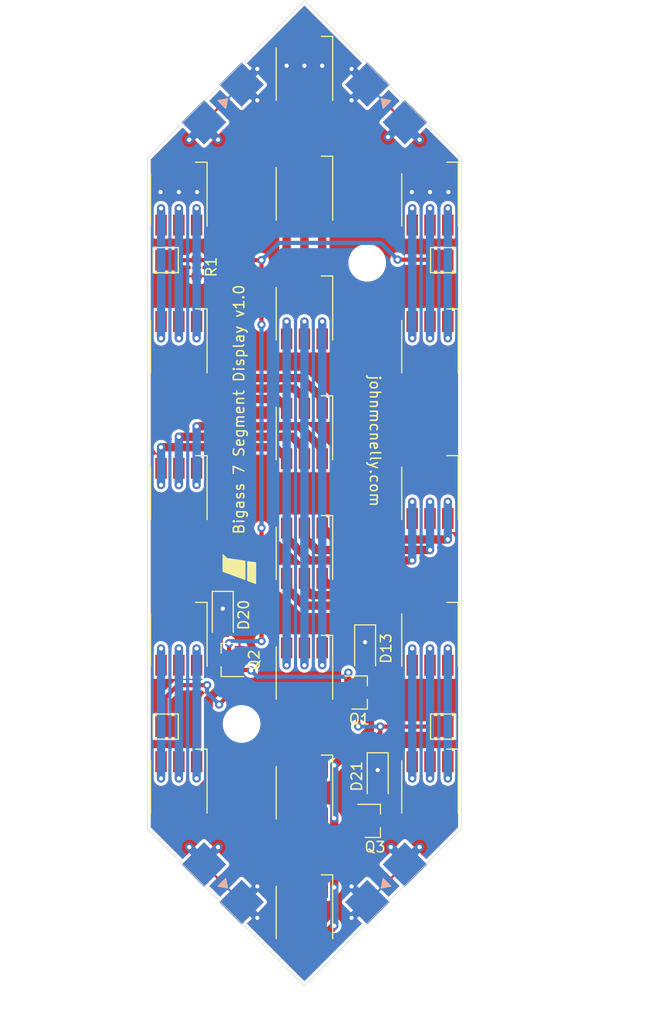
<source format=kicad_pcb>
(kicad_pcb (version 20221018) (generator pcbnew)
  (layers (0 "F.Cu" signal) (31 "B.Cu" signal) (34 "B.Paste" user) (35 "F.Paste" user) (36 "B.SilkS" user "B.Silkscreen") (37 "F.SilkS" user "F.Silkscreen") (38 "B.Mask" user) (39 "F.Mask" user) (44 "Edge.Cuts" user))
  (net 0 "")
  (net 1 "+12V")
  (net 2 "Net-(D10-Pad2)")
  (net 3 "Net-(D10-Pad1)")
  (net 4 "GND")
  (net 5 "/LED_ON")
  (net 6 "Net-(D10-Pad6)")
  (net 7 "Net-(D10-Pad5)")
  (net 8 "Net-(D10-Pad4)")
  (net 9 "Net-(D11-Pad4)")
  (net 10 "Net-(D11-Pad5)")
  (net 11 "Net-(D11-Pad6)")
  (net 12 "Net-(D12-Pad4)")
  (net 13 "Net-(D10-Pad3)")
  (net 14 "Net-(D20-Pad2)")
  (net 15 "Net-(D1-Pad6)")
  (net 16 "Net-(D1-Pad5)")
  (net 17 "Net-(D1-Pad4)")
  (net 18 "Net-(D2-Pad6)")
  (net 19 "Net-(D2-Pad5)")
  (net 20 "Net-(D2-Pad4)")
  (net 21 "Net-(D3-Pad6)")
  (net 22 "Net-(D3-Pad5)")
  (net 23 "Net-(D3-Pad4)")
  (net 24 "Net-(D4-Pad6)")
  (net 25 "Net-(D4-Pad5)")
  (net 26 "Net-(D4-Pad4)")
  (net 27 "Net-(D5-Pad6)")
  (net 28 "Net-(D5-Pad5)")
  (net 29 "Net-(D5-Pad4)")
  (net 30 "Net-(D7-Pad6)")
  (net 31 "Net-(D7-Pad5)")
  (net 32 "Net-(D7-Pad4)")
  (net 33 "Net-(D8-Pad6)")
  (net 34 "Net-(D8-Pad5)")
  (net 35 "Net-(D8-Pad4)")
  (net 36 "Net-(D14-Pad6)")
  (net 37 "Net-(D14-Pad5)")
  (net 38 "Net-(D14-Pad4)")
  (net 39 "Net-(D15-Pad6)")
  (net 40 "Net-(D15-Pad5)")
  (net 41 "Net-(D15-Pad4)")
  (net 42 "Net-(D16-Pad6)")
  (net 43 "Net-(D16-Pad5)")
  (net 44 "Net-(D16-Pad4)")
  (net 45 "Net-(D17-Pad6)")
  (net 46 "Net-(D17-Pad5)")
  (net 47 "Net-(D17-Pad4)")
  (net 48 "Net-(D18-Pad6)")
  (net 49 "Net-(D18-Pad5)")
  (net 50 "Net-(D18-Pad4)")
  (net 51 "Net-(D19-Pad4)")
  (footprint "Diode_SMD:D_SOD-123" (layer "F.Cu") (at 5.8 -21.2 -90)
    (fp_text reference "D13")
    (fp_text value "D_Schottky")
  )
  (footprint "MountingHole:MountingHole_3mm" (layer "F.Cu") (at 6 -58)
    (fp_text reference "H1" hide)
    (fp_text value "MountingHole")
  )
  (footprint "MountingHole:MountingHole_3mm" (layer "F.Cu") (at -6 -14)
    (fp_text reference "H2" hide)
    (fp_text value "MountingHole")
  )
  (footprint "lib_fp:Pad_01x02_Edge_Pair" (layer "F.Cu") (at 6 -75 -45)
    (fp_text reference "J1" hide)
    (fp_text value "Conn_01x02")
  )
  (footprint "lib_fp:Pad_01x02_Edge_Pair" (layer "F.Cu") (at 6 3 45)
    (fp_text reference "J2" hide)
    (fp_text value "Conn_01x02")
  )
  (footprint "lib_fp:Pad_01x02_Edge_Pair" (layer "F.Cu") (at -6 -75 -135)
    (fp_text reference "J3" hide)
    (fp_text value "Conn_01x02")
  )
  (footprint "lib_fp:Pad_01x02_Edge_Pair" (layer "F.Cu") (at -6 3 135)
    (fp_text reference "J4" hide)
    (fp_text value "Conn_01x02")
  )
  (footprint "Package_TO_SOT_SMD:SOT-23" (layer "F.Cu") (at 5.25 -17)
    (fp_text reference "Q1")
    (fp_text value "NDS7002A")
  )
  (footprint "Resistor_SMD:R_0603_1608Metric" (layer "F.Cu") (at -10.3 -57.5 -90)
    (fp_text reference "R1")
    (fp_text value "10k")
  )
  (footprint "LED_SMD:LED_RGB_5050-6" (layer "F.Cu") (at -12 -50 -90)
    (fp_text reference "D2" hide)
    (fp_text value "LED_RGB")
  )
  (footprint "LED_SMD:LED_RGB_5050-6" (layer "F.Cu") (at 0 -64.571429 -90)
    (fp_text reference "D8" hide)
    (fp_text value "LED_RGB")
  )
  (footprint "LED_SMD:LED_RGB_5050-6" (layer "F.Cu") (at 12 -50 -90)
    (fp_text reference "D15" hide)
    (fp_text value "LED_RGB")
  )
  (footprint "LED_SMD:LED_RGB_5050-6" (layer "F.Cu") (at 0 -41.714287 -90)
    (fp_text reference "D3" hide)
    (fp_text value "LED_RGB")
  )
  (footprint "LED_SMD:LED_RGB_5050-6" (layer "F.Cu") (at 0 -53.142858 -90)
    (fp_text reference "D9" hide)
    (fp_text value "LED_RGB")
  )
  (footprint "LED_SMD:LED_RGB_5050-6" (layer "F.Cu") (at 12 -36 -90)
    (fp_text reference "D16" hide)
    (fp_text value "LED_RGB")
  )
  (footprint "LED_SMD:LED_RGB_5050-6" (layer "F.Cu") (at -12 -36 -90)
    (fp_text reference "D4" hide)
    (fp_text value "LED_RGB")
  )
  (footprint "LED_SMD:LED_RGB_5050-6" (layer "F.Cu") (at 0 -18.857145 -90)
    (fp_text reference "D10" hide)
    (fp_text value "LED_RGB")
  )
  (footprint "LED_SMD:LED_RGB_5050-6" (layer "F.Cu") (at 0 -30.285716 -90)
    (fp_text reference "D17" hide)
    (fp_text value "LED_RGB")
  )
  (footprint "LED_SMD:LED_RGB_5050-6" (layer "F.Cu") (at -12 -22 -90)
    (fp_text reference "D5" hide)
    (fp_text value "LED_RGB")
  )
  (footprint "LED_SMD:LED_RGB_5050-6" (layer "F.Cu") (at 0 -7.428574 -90)
    (fp_text reference "D11" hide)
    (fp_text value "LED_RGB")
  )
  (footprint "LED_SMD:LED_RGB_5050-6" (layer "F.Cu") (at 12 -22 -90)
    (fp_text reference "D18" hide)
    (fp_text value "LED_RGB")
  )
  (footprint "LED_SMD:LED_RGB_5050-6" (layer "F.Cu") (at -12 -8 -90)
    (fp_text reference "D6" hide)
    (fp_text value "LED_RGB")
  )
  (footprint "LED_SMD:LED_RGB_5050-6" (layer "F.Cu") (at 0 4 -90)
    (fp_text reference "D12" hide)
    (fp_text value "LED_RGB")
  )
  (footprint "LED_SMD:LED_RGB_5050-6" (layer "F.Cu") (at 12 -8 -90)
    (fp_text reference "D19" hide)
    (fp_text value "LED_RGB")
  )
  (footprint "LED_SMD:LED_RGB_5050-6" (layer "F.Cu") (at -12 -64 -90)
    (fp_text reference "D1" hide)
    (fp_text value "LED_RGB")
  )
  (footprint "LED_SMD:LED_RGB_5050-6" (layer "F.Cu") (at 0 -76 -90)
    (fp_text reference "D7" hide)
    (fp_text value "LED_RGB")
  )
  (footprint "LED_SMD:LED_RGB_5050-6" (layer "F.Cu") (at 12 -64 -90)
    (fp_text reference "D14" hide)
    (fp_text value "LED_RGB")
  )
  (footprint "lib_fp:bird_with_pants_small_flipped" (layer "F.Cu") (at -6.25 -29 90)
    (fp_text reference "GRAPHIC1" hide)
    (fp_text value "Graphic" hide)
  )
  (footprint "TestPoint:TestPoint_Pad_2.0x2.0mm" (layer "F.Cu") (at 13.25 -13.75 -90)
    (fp_text reference "J5" hide)
    (fp_text value "Conn_01x01")
  )
  (footprint "TestPoint:TestPoint_Pad_2.0x2.0mm" (layer "F.Cu") (at -13.25 -13.75 90)
    (fp_text reference "J6" hide)
    (fp_text value "Conn_01x01")
  )
  (footprint "TestPoint:TestPoint_Pad_2.0x2.0mm" (layer "F.Cu") (at -13.25 -58.25 90)
    (fp_text reference "J7" hide)
    (fp_text value "Conn_01x01")
  )
  (footprint "TestPoint:TestPoint_Pad_2.0x2.0mm" (layer "F.Cu") (at 13.25 -58.25 -90)
    (fp_text reference "J8" hide)
    (fp_text value "Conn_01x01")
  )
  (footprint "Diode_SMD:D_SOD-123" (layer "F.Cu") (at -7.8 -24.4 -90)
    (fp_text reference "D20")
    (fp_text value "D_Schottky")
  )
  (footprint "Package_TO_SOT_SMD:SOT-23" (layer "F.Cu") (at -7.2 -20.1 180)
    (fp_text reference "Q2")
    (fp_text value "NDS7002A")
  )
  (footprint "Package_TO_SOT_SMD:SOT-23" (layer "F.Cu") (at 6.5 -4.75)
    (fp_text reference "Q3")
    (fp_text value "NDS7002A")
  )
  (footprint "Diode_SMD:D_SOD-123" (layer "F.Cu") (at 7 -9 -90)
    (fp_text reference "D21")
    (fp_text value "D_Schottky")
  )
  (gr_line (start 0 11) (end -15 -4) (stroke (width 0.05)) (layer "Edge.Cuts"))
  (gr_line (start 15 -68) (end 15 -4) (stroke (width 0.05)) (layer "Edge.Cuts"))
  (gr_line (start 0 -83) (end 15 -68) (stroke (width 0.05)) (layer "Edge.Cuts"))
  (gr_line (start 15 -4) (end 0 11) (stroke (width 0.05)) (layer "Edge.Cuts"))
  (gr_line (start -15 -68) (end 0 -83) (stroke (width 0.05)) (layer "Edge.Cuts"))
  (gr_line (start -15 -4) (end -15 -68) (stroke (width 0.05)) (layer "Edge.Cuts"))
  (gr_text "johnmcnelly.com" (at 6.75 -41 270) (layer "F.SilkS") (effects (font (size 1 1))))
  (gr_text "Bigass 7 Segment Display v1.0" (at -6.25 -32 90) (layer "F.SilkS") (effects (font (size 1 1)) (justify left)))
  (segment (start -1.7 -78.4) (end -1.7 -76.8) (width 0.8) (layer "F.Cu") (net 1))
  (segment (start 6 3) (end 4.5 1.5) (width 0.8) (layer "F.Cu") (net 1))
  (segment (start -10.3 -66.4) (end -10.3 -64.8) (width 0.8) (layer "F.Cu") (net 1))
  (segment (start -7.8 -26.05) (end -7.8 -25) (width 0.8) (layer "F.Cu") (net 1))
  (segment (start 4.5 -73.5) (end 6 -75) (width 0.8) (layer "F.Cu") (net 1))
  (segment (start -13.7 -64.8) (end -13.75 -64.75) (width 0.8) (layer "F.Cu") (net 1))
  (segment (start 1.7 -78.4) (end 1.7 -76.8) (width 0.8) (layer "F.Cu") (net 1))
  (segment (start 10.3 -66.4) (end 10.3 -64.8) (width 0.8) (layer "F.Cu") (net 1))
  (segment (start 10.3 -64.8) (end 10.25 -64.75) (width 0.8) (layer "F.Cu") (net 1))
  (segment (start -12 -66.4) (end -12 -64.75) (width 0.8) (layer "F.Cu") (net 1))
  (segment (start 4.5 4.5) (end 6 3) (width 0.8) (layer "F.Cu") (net 1))
  (segment (start 7 -10.65) (end 7 -9.6) (width 0.8) (layer "F.Cu") (net 1))
  (segment (start -4.5 -76.5) (end -6 -75) (width 0.8) (layer "F.Cu") (net 1))
  (segment (start 13.7 -64.8) (end 13.75 -64.75) (width 0.8) (layer "F.Cu") (net 1))
  (segment (start 0 -78.4) (end 0 -76.8) (width 0.8) (layer "F.Cu") (net 1))
  (segment (start 6 -75) (end 4.5 -76.5) (width 0.8) (layer "F.Cu") (net 1))
  (segment (start -4.5 1.5) (end -6 3) (width 0.8) (layer "F.Cu") (net 1))
  (segment (start 12 -66.4) (end 12 -64.75) (width 0.8) (layer "F.Cu") (net 1))
  (segment (start 5.8 -22.85) (end 5.8 -21.8) (width 0.8) (layer "F.Cu") (net 1))
  (segment (start 13.7 -66.4) (end 13.7 -64.8) (width 0.8) (layer "F.Cu") (net 1))
  (segment (start -13.7 -66.4) (end -13.7 -64.8) (width 0.8) (layer "F.Cu") (net 1))
  (segment (start -6 3) (end -4.5 4.5) (width 0.8) (layer "F.Cu") (net 1))
  (segment (start -6 -75) (end -4.5 -73.5) (width 0.8) (layer "F.Cu") (net 1))
  (segment (start -10.3 -64.8) (end -10.25 -64.75) (width 0.8) (layer "F.Cu") (net 1))
  (via (at -4.5 1.5) (size 0.8) (drill 0.4) (layers "F.Cu" "B.Cu") (net 1))
  (via (at 13.75 -64.75) (size 0.8) (drill 0.4) (layers "F.Cu" "B.Cu") (net 1))
  (via (at -10.25 -64.75) (size 0.8) (drill 0.4) (layers "F.Cu" "B.Cu") (net 1))
  (via (at -12 -64.75) (size 0.8) (drill 0.4) (layers "F.Cu" "B.Cu") (net 1))
  (via (at -13.75 -64.75) (size 0.8) (drill 0.4) (layers "F.Cu" "B.Cu") (net 1))
  (via (at 7 -9.6) (size 0.8) (drill 0.4) (layers "F.Cu" "B.Cu") (net 1))
  (via (at 4.5 -76.5) (size 0.8) (drill 0.4) (layers "F.Cu" "B.Cu") (net 1))
  (via (at 4.5 4.5) (size 0.8) (drill 0.4) (layers "F.Cu" "B.Cu") (net 1))
  (via (at -7.8 -25) (size 0.8) (drill 0.4) (layers "F.Cu" "B.Cu") (net 1))
  (via (at 12 -64.75) (size 0.8) (drill 0.4) (layers "F.Cu" "B.Cu") (net 1))
  (via (at 4.5 1.5) (size 0.8) (drill 0.4) (layers "F.Cu" "B.Cu") (net 1))
  (via (at -4.5 -73.5) (size 0.8) (drill 0.4) (layers "F.Cu" "B.Cu") (net 1))
  (via (at 4.5 -73.5) (size 0.8) (drill 0.4) (layers "F.Cu" "B.Cu") (net 1))
  (via (at -1.7 -76.8) (size 0.8) (drill 0.4) (layers "F.Cu" "B.Cu") (net 1))
  (via (at 5.8 -21.8) (size 0.8) (drill 0.4) (layers "F.Cu" "B.Cu") (net 1))
  (via (at -4.5 4.5) (size 0.8) (drill 0.4) (layers "F.Cu" "B.Cu") (net 1))
  (via (at 10.25 -64.75) (size 0.8) (drill 0.4) (layers "F.Cu" "B.Cu") (net 1))
  (via (at -4.5 -76.5) (size 0.8) (drill 0.4) (layers "F.Cu" "B.Cu") (net 1))
  (via (at 0 -76.8) (size 0.8) (drill 0.4) (layers "F.Cu" "B.Cu") (net 1))
  (via (at 1.7 -76.8) (size 0.8) (drill 0.4) (layers "F.Cu" "B.Cu") (net 1))
  (segment (start -6 3) (end -4.5 1.5) (width 0.8) (layer "B.Cu") (net 1))
  (segment (start 4.5 -76.5) (end 6 -75) (width 0.8) (layer "B.Cu") (net 1))
  (segment (start 6 -75) (end 4.5 -73.5) (width 0.8) (layer "B.Cu") (net 1))
  (segment (start -6 -75) (end -4.5 -76.5) (width 0.8) (layer "B.Cu") (net 1))
  (segment (start -4.5 -73.5) (end -6 -75) (width 0.8) (layer "B.Cu") (net 1))
  (segment (start 6 3) (end 4.5 4.5) (width 0.8) (layer "B.Cu") (net 1))
  (segment (start -4.5 4.5) (end -6 3) (width 0.8) (layer "B.Cu") (net 1))
  (segment (start 4.5 1.5) (end 6 3) (width 0.8) (layer "B.Cu") (net 1))
  (segment (start 0 -19.6) (end 0 -21.257145) (width 0.8) (layer "F.Cu") (net 2))
  (segment (start 0 -50.742858) (end 0 -52.4) (width 0.8) (layer "F.Cu") (net 2))
  (via (at 0 -19.6) (size 0.8) (drill 0.4) (layers "F.Cu" "B.Cu") (net 2))
  (via (at 0 -52.4) (size 0.8) (drill 0.4) (layers "F.Cu" "B.Cu") (net 2))
  (segment (start 0 -52.4) (end 0 -19.6) (width 0.8) (layer "B.Cu") (net 2))
  (segment (start 1.7 -19.6) (end 1.7 -21.257145) (width 0.8) (layer "F.Cu") (net 3))
  (segment (start 1.7 -50.742858) (end 1.7 -52.4) (width 0.8) (layer "F.Cu") (net 3))
  (via (at 1.7 -52.4) (size 0.8) (drill 0.4) (layers "F.Cu" "B.Cu") (net 3))
  (via (at 1.7 -19.6) (size 0.8) (drill 0.4) (layers "F.Cu" "B.Cu") (net 3))
  (segment (start 1.7 -52.4) (end 1.7 -19.6) (width 0.8) (layer "B.Cu") (net 3))
  (segment (start -9.592102 -0.907898) (end -8.25 -2.25) (width 0.8) (layer "F.Cu") (net 4))
  (segment (start 9.592102 -0.842102) (end 11 -2.25) (width 0.8) (layer "F.Cu") (net 4))
  (segment (start 9.592102 -71.157898) (end 11 -69.75) (width 0.8) (layer "F.Cu") (net 4))
  (segment (start -9.592102 -71.157898) (end -11 -69.75) (width 0.8) (layer "F.Cu") (net 4))
  (segment (start -9.592102 -0.592102) (end -9.592102 -0.907898) (width 0.8) (layer "F.Cu") (net 4))
  (segment (start 9.592102 -0.592102) (end 9.592102 -0.907898) (width 0.8) (layer "F.Cu") (net 4))
  (segment (start -9.592102 -71.407898) (end -9.592102 -71.157898) (width 0.8) (layer "F.Cu") (net 4))
  (segment (start -9.592102 -71.407898) (end -9.592102 -71.092102) (width 0.8) (layer "F.Cu") (net 4))
  (segment (start 9.592102 -71.407898) (end 9.592102 -71.157898) (width 0.8) (layer "F.Cu") (net 4))
  (segment (start -9.592102 -71.092102) (end -8.25 -69.75) (width 0.8) (layer "F.Cu") (net 4))
  (segment (start -9.592102 -0.592102) (end -9.592102 -0.842102) (width 0.8) (layer "F.Cu") (net 4))
  (segment (start -9.592102 -0.842102) (end -11 -2.25) (width 0.8) (layer "F.Cu") (net 4))
  (segment (start 9.592102 -71.407898) (end 9.407898 -71.407898) (width 0.8) (layer "F.Cu") (net 4))
  (segment (start 9.592102 -0.907898) (end 8.25 -2.25) (width 0.8) (layer "F.Cu") (net 4))
  (segment (start 9.592102 -0.592102) (end 9.592102 -0.842102) (width 0.8) (layer "F.Cu") (net 4))
  (segment (start 9.407898 -71.407898) (end 8 -70) (width 0.8) (layer "F.Cu") (net 4))
  (via (at 8.25 -2.25) (size 0.8) (drill 0.4) (layers "F.Cu" "B.Cu") (net 4))
  (via (at 11 -2.25) (size 0.8) (drill 0.4) (layers "F.Cu" "B.Cu") (net 4))
  (via (at -11 -2.25) (size 0.8) (drill 0.4) (layers "F.Cu" "B.Cu") (net 4))
  (via (at -11 -69.75) (size 0.8) (drill 0.4) (layers "F.Cu" "B.Cu") (net 4))
  (via (at -8.25 -69.75) (size 0.8) (drill 0.4) (layers "F.Cu" "B.Cu") (net 4))
  (via (at -8.25 -2.25) (size 0.8) (drill 0.4) (layers "F.Cu" "B.Cu") (net 4))
  (via (at 11 -69.75) (size 0.8) (drill 0.4) (layers "F.Cu" "B.Cu") (net 4))
  (via (at 8 -70) (size 0.8) (drill 0.4) (layers "F.Cu" "B.Cu") (net 4))
  (segment (start -9.592102 -71.407898) (end -9.592102 -71.157898) (width 0.8) (layer "B.Cu") (net 4))
  (segment (start -9.592102 -0.592102) (end -9.592102 -0.907898) (width 0.8) (layer "B.Cu") (net 4))
  (segment (start 9.592102 -0.842102) (end 11 -2.25) (width 0.8) (layer "B.Cu") (net 4))
  (segment (start 9.592102 -71.407898) (end 9.592102 -71.157898) (width 0.8) (layer "B.Cu") (net 4))
  (segment (start 9.592102 -71.157898) (end 11 -69.75) (width 0.8) (layer "B.Cu") (net 4))
  (segment (start 9.592102 -0.592102) (end 9.592102 -0.907898) (width 0.8) (layer "B.Cu") (net 4))
  (segment (start -9.592102 -71.157898) (end -11 -69.75) (width 0.8) (layer "B.Cu") (net 4))
  (segment (start 9.407898 -71.407898) (end 8 -70) (width 0.8) (layer "B.Cu") (net 4))
  (segment (start -9.592102 -0.907898) (end -8.25 -2.25) (width 0.8) (layer "B.Cu") (net 4))
  (segment (start -9.592102 -71.092102) (end -8.25 -69.75) (width 0.8) (layer "B.Cu") (net 4))
  (segment (start -9.592102 -0.592102) (end -9.592102 -0.842102) (width 0.8) (layer "B.Cu") (net 4))
  (segment (start 9.592102 -71.407898) (end 9.407898 -71.407898) (width 0.8) (layer "B.Cu") (net 4))
  (segment (start -9.592102 -71.407898) (end -9.592102 -71.092102) (width 0.8) (layer "B.Cu") (net 4))
  (segment (start -9.592102 -0.842102) (end -11 -2.25) (width 0.8) (layer "B.Cu") (net 4))
  (segment (start 9.592102 -0.907898) (end 8.25 -2.25) (width 0.8) (layer "B.Cu") (net 4))
  (segment (start 9.592102 -0.592102) (end 9.592102 -0.842102) (width 0.8) (layer "B.Cu") (net 4))
  (segment (start -6.2 -19.15) (end -5.15 -19.15) (width 0.4) (layer "F.Cu") (net 5))
  (segment (start -7.2 -21.699998) (end -7.2 -19.2) (width 0.4) (layer "F.Cu") (net 5))
  (segment (start 5.5 -11.434315) (end 5.5 -5.7) (width 0.4) (layer "F.Cu") (net 5))
  (segment (start 8.9 -58.3) (end 13.2 -58.3) (width 0.4) (layer "F.Cu") (net 5))
  (segment (start 13.2 -58.3) (end 13.25 -58.25) (width 0.4) (layer "F.Cu") (net 5))
  (segment (start -7.15 -19.15) (end -7.2 -19.2) (width 0.4) (layer "F.Cu") (net 5))
  (segment (start -13.25 -16.55) (end -12.1 -17.7) (width 0.4) (layer "F.Cu") (net 5))
  (segment (start -13.25 -13.75) (end -13.25 -16.55) (width 0.4) (layer "F.Cu") (net 5))
  (segment (start -4.1 -32.699996) (end -4.1 -21.9) (width 0.4) (layer "F.Cu") (net 5))
  (segment (start -4.1 -58.25) (end -4.1 -52.09999) (width 0.4) (layer "F.Cu") (net 5))
  (segment (start 4.25 -17.95) (end 5.142893 -17.057107) (width 0.4) (layer "F.Cu") (net 5))
  (segment (start -13.25 -58.25) (end -5 -58.25) (width 0.4) (layer "F.Cu") (net 5))
  (segment (start 7.25 -13.184315) (end 5.5 -11.434315) (width 0.4) (layer "F.Cu") (net 5))
  (segment (start 4.25 -17.95) (end 4.25 -18.85) (width 0.4) (layer "F.Cu") (net 5))
  (segment (start -5 -58.25) (end -4.1 -58.25) (width 0.4) (layer "F.Cu") (net 5))
  (segment (start 5.142893 -17.057107) (end 5.142893 -13.757107) (width 0.4) (layer "F.Cu") (net 5))
  (segment (start 7.25 -13.75) (end 7.25 -13.184315) (width 0.4) (layer "F.Cu") (net 5))
  (segment (start -12.1 -17.7) (end -9.3 -17.7) (width 0.4) (layer "F.Cu") (net 5))
  (segment (start -6.2 -19.15) (end -7.15 -19.15) (width 0.4) (layer "F.Cu") (net 5))
  (segment (start -7.2 -16.802891) (end -8.149999 -15.852892) (width 0.4) (layer "F.Cu") (net 5))
  (segment (start -5.15 -19.15) (end -5.1 -19.1) (width 0.4) (layer "F.Cu") (net 5))
  (segment (start 4.25 -18.85) (end 4.2 -18.9) (width 0.4) (layer "F.Cu") (net 5))
  (segment (start -7.2 -19.2) (end -7.2 -16.802891) (width 0.4) (layer "F.Cu") (net 5))
  (segment (start 13.25 -13.75) (end 7.25 -13.75) (width 0.4) (layer "F.Cu") (net 5))
  (via (at -9.3 -17.7) (size 0.8) (drill 0.4) (layers "F.Cu" "B.Cu") (net 5))
  (via (at -4.1 -58.25) (size 0.8) (drill 0.4) (layers "F.Cu" "B.Cu") (net 5))
  (via (at -7.2 -21.699998) (size 0.8) (drill 0.4) (layers "F.Cu" "B.Cu") (net 5))
  (via (at 8.9 -58.3) (size 0.8) (drill 0.4) (layers "F.Cu" "B.Cu") (net 5))
  (via (at -4.1 -52.09999) (size 0.8) (drill 0.4) (layers "F.Cu" "B.Cu") (net 5))
  (via (at -4.1 -21.9) (size 0.8) (drill 0.4) (layers "F.Cu" "B.Cu") (net 5))
  (via (at -8.149999 -15.852892) (size 0.8) (drill 0.4) (layers "F.Cu" "B.Cu") (net 5))
  (via (at 5.142893 -13.757107) (size 0.8) (drill 0.4) (layers "F.Cu" "B.Cu") (net 5))
  (via (at -5.1 -19.1) (size 0.8) (drill 0.4) (layers "F.Cu" "B.Cu") (net 5))
  (via (at 7.25 -13.75) (size 0.8) (drill 0.4) (layers "F.Cu" "B.Cu") (net 5))
  (via (at 4.2 -18.9) (size 0.8) (drill 0.4) (layers "F.Cu" "B.Cu") (net 5))
  (via (at -4.1 -32.699996) (size 0.8) (drill 0.4) (layers "F.Cu" "B.Cu") (net 5))
  (segment (start -4.1 -52.09999) (end -4.1 -32.699996) (width 0.4) (layer "B.Cu") (net 5))
  (segment (start 5.142893 -13.757107) (end 7.242893 -13.757107) (width 0.4) (layer "B.Cu") (net 5))
  (segment (start -6.999998 -21.9) (end -7.2 -21.699998) (width 0.4) (layer "B.Cu") (net 5))
  (segment (start 3.800001 -18.500001) (end -4.500001 -18.500001) (width 0.4) (layer "B.Cu") (net 5))
  (segment (start 4.2 -18.9) (end 3.800001 -18.500001) (width 0.4) (layer "B.Cu") (net 5))
  (segment (start -2.449999 -59.900001) (end -4.1 -58.25) (width 0.4) (layer "B.Cu") (net 5))
  (segment (start -4.500001 -18.500001) (end -5.1 -19.1) (width 0.4) (layer "B.Cu") (net 5))
  (segment (start -9.3 -17.002893) (end -8.149999 -15.852892) (width 0.4) (layer "B.Cu") (net 5))
  (segment (start -9.3 -17.7) (end -9.3 -17.002893) (width 0.4) (layer "B.Cu") (net 5))
  (segment (start -4.1 -21.9) (end -6.999998 -21.9) (width 0.4) (layer "B.Cu") (net 5))
  (segment (start 7.242893 -13.757107) (end 7.25 -13.75) (width 0.4) (layer "B.Cu") (net 5))
  (segment (start 8.9 -58.3) (end 7.299999 -59.900001) (width 0.4) (layer "B.Cu") (net 5))
  (segment (start 7.299999 -59.900001) (end -2.449999 -59.900001) (width 0.4) (layer "B.Cu") (net 5))
  (segment (start 1.7 -16.457145) (end 1.7 -9.828574) (width 0.8) (layer "F.Cu") (net 6))
  (segment (start 0 -16.457145) (end 0 -9.828574) (width 0.8) (layer "F.Cu") (net 7))
  (segment (start -1.7 -16.457145) (end -1.7 -9.828574) (width 0.8) (layer "F.Cu") (net 8))
  (segment (start -1.7 -5.028574) (end -1.7 1.39999) (width 0.8) (layer "F.Cu") (net 9))
  (segment (start 0 -5.028574) (end 0 1.6) (width 0.8) (layer "F.Cu") (net 10))
  (segment (start 1.7 -5.028574) (end 1.7 1.6) (width 0.8) (layer "F.Cu") (net 11))
  (segment (start 2.850002 1.6) (end 2.850002 -5) (width 0.8) (layer "F.Cu") (net 12))
  (segment (start 6.25 -13.45) (end 6.25 -17) (width 0.8) (layer "F.Cu") (net 12))
  (segment (start 2.850001 -10.050001) (end 6.25 -13.45) (width 0.8) (layer "F.Cu") (net 12))
  (segment (start 6.25 -19.1) (end 5.8 -19.55) (width 0.8) (layer "F.Cu") (net 12))
  (segment (start 1.7 6.4) (end 2.850001 5.249999) (width 0.8) (layer "F.Cu") (net 12))
  (segment (start 1.7 6.4) (end -1.7 6.4) (width 0.8) (layer "F.Cu") (net 12))
  (segment (start 6.25 -17) (end 6.25 -19.1) (width 0.8) (layer "F.Cu") (net 12))
  (via (at 2.850001 5.249999) (size 0.8) (drill 0.4) (layers "F.Cu" "B.Cu") (net 12))
  (via (at 2.850002 1.6) (size 0.8) (drill 0.4) (layers "F.Cu" "B.Cu") (net 12))
  (via (at 2.850002 -5) (size 0.8) (drill 0.4) (layers "F.Cu" "B.Cu") (net 12))
  (via (at 2.850001 -10.050001) (size 0.8) (drill 0.4) (layers "F.Cu" "B.Cu") (net 12))
  (segment (start 2.850002 -10.05) (end 2.850001 -10.050001) (width 0.8) (layer "B.Cu") (net 12))
  (segment (start 2.850001 5.249999) (end 2.850001 1.600001) (width 0.8) (layer "B.Cu") (net 12))
  (segment (start 2.850002 -5) (end 2.850002 -10.05) (width 0.8) (layer "B.Cu") (net 12))
  (segment (start 2.850001 1.600001) (end 2.850002 1.6) (width 0.8) (layer "B.Cu") (net 12))
  (segment (start -1.7 -19.6) (end -1.7 -21.257145) (width 0.8) (layer "F.Cu") (net 13))
  (segment (start -1.7 -50.742858) (end -1.7 -52.4) (width 0.8) (layer "F.Cu") (net 13))
  (via (at -1.7 -19.6) (size 0.8) (drill 0.4) (layers "F.Cu" "B.Cu") (net 13))
  (via (at -1.7 -52.4) (size 0.8) (drill 0.4) (layers "F.Cu" "B.Cu") (net 13))
  (segment (start -1.7 -52.4) (end -1.7 -19.6) (width 0.8) (layer "B.Cu") (net 13))
  (segment (start -8.2 -22.35) (end -7.8 -22.75) (width 0.8) (layer "F.Cu") (net 14))
  (segment (start -8.2 -20.1) (end -8.2 -22.35) (width 0.8) (layer "F.Cu") (net 14))
  (segment (start -10.3 -7.385773) (end -10.3 -5.6) (width 0.8) (layer "F.Cu") (net 14))
  (segment (start -13.7 -5.6) (end -10.3 -5.6) (width 0.8) (layer "F.Cu") (net 14))
  (segment (start -8.2 -17.319998) (end -9.149999 -16.369999) (width 0.8) (layer "F.Cu") (net 14))
  (segment (start -8.2 -20.1) (end -8.2 -17.319998) (width 0.8) (layer "F.Cu") (net 14))
  (segment (start -9.149999 -16.369999) (end -9.149999 -8.535774) (width 0.8) (layer "F.Cu") (net 14))
  (segment (start -9.149999 -8.535774) (end -10.3 -7.385773) (width 0.8) (layer "F.Cu") (net 14))
  (segment (start -10.3 -50.8) (end -10.3 -52.4) (width 0.8) (layer "F.Cu") (net 15))
  (segment (start -10.3 -61.6) (end -10.3 -63.2) (width 0.8) (layer "F.Cu") (net 15))
  (via (at -10.3 -63.2) (size 0.8) (drill 0.4) (layers "F.Cu" "B.Cu") (net 15))
  (via (at -10.3 -50.8) (size 0.8) (drill 0.4) (layers "F.Cu" "B.Cu") (net 15))
  (segment (start -10.3 -63.2) (end -10.3 -50.8) (width 0.8) (layer "B.Cu") (net 15))
  (segment (start -12 -50.8) (end -12 -52.4) (width 0.8) (layer "F.Cu") (net 16))
  (segment (start -12 -61.6) (end -12 -63.2) (width 0.8) (layer "F.Cu") (net 16))
  (via (at -12 -63.2) (size 0.8) (drill 0.4) (layers "F.Cu" "B.Cu") (net 16))
  (via (at -12 -50.8) (size 0.8) (drill 0.4) (layers "F.Cu" "B.Cu") (net 16))
  (segment (start -12 -63.2) (end -12 -50.8) (width 0.8) (layer "B.Cu") (net 16))
  (segment (start -13.7 -61.6) (end -13.7 -63.2) (width 0.8) (layer "F.Cu") (net 17))
  (segment (start -13.7 -50.8) (end -13.7 -52.4) (width 0.8) (layer "F.Cu") (net 17))
  (via (at -13.7 -63.2) (size 0.8) (drill 0.4) (layers "F.Cu" "B.Cu") (net 17))
  (via (at -13.7 -50.8) (size 0.8) (drill 0.4) (layers "F.Cu" "B.Cu") (net 17))
  (segment (start -13.7 -63.2) (end -13.7 -50.8) (width 0.8) (layer "B.Cu") (net 17))
  (segment (start 1.7 -45.044289) (end -0.25572 -47.000009) (width 0.8) (layer "F.Cu") (net 18))
  (segment (start 1.7 -45.044289) (end 1.7 -44.114287) (width 0.8) (layer "F.Cu") (net 18))
  (segment (start -9.700009 -47.000009) (end -10.3 -47.6) (width 0.8) (layer "F.Cu") (net 18))
  (segment (start -0.25572 -47.000009) (end -9.700009 -47.000009) (width 0.8) (layer "F.Cu") (net 18))
  (segment (start -11.330001 -45.999999) (end -12 -46.669998) (width 0.8) (layer "F.Cu") (net 19))
  (segment (start -0.95571 -45.999999) (end -11.330001 -45.999999) (width 0.8) (layer "F.Cu") (net 19))
  (segment (start 0 -44.114287) (end 0 -45.044289) (width 0.8) (layer "F.Cu") (net 19))
  (segment (start 0 -45.044289) (end -0.95571 -45.999999) (width 0.8) (layer "F.Cu") (net 19))
  (segment (start -12 -46.669998) (end -12 -47.6) (width 0.8) (layer "F.Cu") (net 19))
  (segment (start -2.585702 -44.999989) (end -1.7 -44.114287) (width 0.8) (layer "F.Cu") (net 20))
  (segment (start -13.7 -46.669998) (end -12.029991 -44.999989) (width 0.8) (layer "F.Cu") (net 20))
  (segment (start -13.7 -47.6) (end -13.7 -46.669998) (width 0.8) (layer "F.Cu") (net 20))
  (segment (start -12.029991 -44.999989) (end -2.585702 -44.999989) (width 0.8) (layer "F.Cu") (net 20))
  (segment (start -10.3 -36.8) (end -10.3 -38.4) (width 0.8) (layer "F.Cu") (net 21))
  (segment (start 1.7 -40.244289) (end -0.455711 -42.4) (width 0.8) (layer "F.Cu") (net 21))
  (segment (start -0.455711 -42.4) (end -10.3 -42.4) (width 0.8) (layer "F.Cu") (net 21))
  (segment (start 1.7 -39.314287) (end 1.7 -40.244289) (width 0.8) (layer "F.Cu") (net 21))
  (via (at -10.3 -42.4) (size 0.8) (drill 0.4) (layers "F.Cu" "B.Cu") (net 21))
  (via (at -10.3 -36.8) (size 0.8) (drill 0.4) (layers "F.Cu" "B.Cu") (net 21))
  (segment (start -10.3 -42.4) (end -10.3 -36.8) (width 0.8) (layer "B.Cu") (net 21))
  (segment (start -1.155711 -41.4) (end -12 -41.4) (width 0.8) (layer "F.Cu") (net 22))
  (segment (start -12 -36.8) (end -12 -38.4) (width 0.8) (layer "F.Cu") (net 22))
  (segment (start 0 -39.314287) (end 0 -40.244289) (width 0.8) (layer "F.Cu") (net 22))
  (segment (start 0 -40.244289) (end -1.155711 -41.4) (width 0.8) (layer "F.Cu") (net 22))
  (via (at -12 -41.4) (size 0.8) (drill 0.4) (layers "F.Cu" "B.Cu") (net 22))
  (via (at -12 -36.8) (size 0.8) (drill 0.4) (layers "F.Cu" "B.Cu") (net 22))
  (segment (start -12 -41.4) (end -12 -36.8) (width 0.8) (layer "B.Cu") (net 22))
  (segment (start -13.7 -36.8) (end -13.7 -38.4) (width 0.8) (layer "F.Cu") (net 23))
  (segment (start -1.7 -39.314287) (end -2.785713 -40.4) (width 0.8) (layer "F.Cu") (net 23))
  (segment (start -2.785713 -40.4) (end -13.7 -40.4) (width 0.8) (layer "F.Cu") (net 23))
  (via (at -13.7 -36.8) (size 0.8) (drill 0.4) (layers "F.Cu" "B.Cu") (net 23))
  (via (at -13.7 -40.4) (size 0.8) (drill 0.4) (layers "F.Cu" "B.Cu") (net 23))
  (segment (start -13.7 -40.4) (end -13.7 -36.8) (width 0.8) (layer "B.Cu") (net 23))
  (segment (start -10.3 -33.6) (end -10.3 -24.4) (width 0.8) (layer "F.Cu") (net 24))
  (segment (start -12 -33.6) (end -12 -24.4) (width 0.8) (layer "F.Cu") (net 25))
  (segment (start -13.7 -33.6) (end -13.7 -24.4) (width 0.8) (layer "F.Cu") (net 26))
  (segment (start -10.3 -8.8) (end -10.3 -10.4) (width 0.8) (layer "F.Cu") (net 27))
  (segment (start -10.3 -19.6) (end -10.3 -21.2) (width 0.8) (layer "F.Cu") (net 27))
  (via (at -10.3 -8.8) (size 0.8) (drill 0.4) (layers "F.Cu" "B.Cu") (net 27))
  (via (at -10.3 -21.2) (size 0.8) (drill 0.4) (layers "F.Cu" "B.Cu") (net 27))
  (segment (start -10.3 -21.2) (end -10.3 -8.8) (width 0.8) (layer "B.Cu") (net 27))
  (segment (start -12 -10.4) (end -12 -8.8) (width 0.8) (layer "F.Cu") (net 28))
  (segment (start -12 -21.2) (end -12 -19.6) (width 0.8) (layer "F.Cu") (net 28))
  (via (at -12 -8.8) (size 0.8) (drill 0.4) (layers "F.Cu" "B.Cu") (net 28))
  (via (at -12 -21.2) (size 0.8) (drill 0.4) (layers "F.Cu" "B.Cu") (net 28))
  (segment (start -12 -8.8) (end -12 -21.2) (width 0.8) (layer "B.Cu") (net 28))
  (segment (start -13.7 -8.8) (end -13.7 -10.4) (width 0.8) (layer "F.Cu") (net 29))
  (segment (start -13.7 -19.6) (end -13.7 -21.2) (width 0.8) (layer "F.Cu") (net 29))
  (via (at -13.7 -8.8) (size 0.8) (drill 0.4) (layers "F.Cu" "B.Cu") (net 29))
  (via (at -13.7 -21.2) (size 0.8) (drill 0.4) (layers "F.Cu" "B.Cu") (net 29))
  (segment (start -13.7 -21.2) (end -13.7 -8.8) (width 0.8) (layer "B.Cu") (net 29))
  (segment (start 1.7 -73.6) (end 1.7 -66.971429) (width 0.8) (layer "F.Cu") (net 30))
  (segment (start 0 -73.6) (end 0 -66.971429) (width 0.8) (layer "F.Cu") (net 31))
  (segment (start -1.7 -73.6) (end -1.7 -66.971429) (width 0.8) (layer "F.Cu") (net 32))
  (segment (start 1.7 -62.171429) (end 1.7 -55.542858) (width 0.8) (layer "F.Cu") (net 33))
  (segment (start 0 -62.171429) (end 0 -55.542858) (width 0.8) (layer "F.Cu") (net 34))
  (segment (start -1.7 -62.171429) (end -1.7 -55.542858) (width 0.8) (layer "F.Cu") (net 35))
  (segment (start 13.7 -61.6) (end 13.7 -63.2) (width 0.8) (layer "F.Cu") (net 36))
  (segment (start 13.7 -50.8) (end 13.7 -52.4) (width 0.8) (layer "F.Cu") (net 36))
  (via (at 13.7 -63.2) (size 0.8) (drill 0.4) (layers "F.Cu" "B.Cu") (net 36))
  (via (at 13.7 -50.8) (size 0.8) (drill 0.4) (layers "F.Cu" "B.Cu") (net 36))
  (segment (start 13.7 -63.2) (end 13.7 -50.8) (width 0.8) (layer "B.Cu") (net 36))
  (segment (start 12 -50.8) (end 12 -52.4) (width 0.8) (layer "F.Cu") (net 37))
  (segment (start 12 -61.6) (end 12 -63.2) (width 0.8) (layer "F.Cu") (net 37))
  (via (at 12 -63.2) (size 0.8) (drill 0.4) (layers "F.Cu" "B.Cu") (net 37))
  (via (at 12 -50.8) (size 0.8) (drill 0.4) (layers "F.Cu" "B.Cu") (net 37))
  (segment (start 12 -63.2) (end 12 -50.8) (width 0.8) (layer "B.Cu") (net 37))
  (segment (start 10.3 -61.6) (end 10.3 -63.2) (width 0.8) (layer "F.Cu") (net 38))
  (segment (start 10.3 -50.8) (end 10.3 -52.4) (width 0.8) (layer "F.Cu") (net 38))
  (via (at 10.3 -63.2) (size 0.8) (drill 0.4) (layers "F.Cu" "B.Cu") (net 38))
  (via (at 10.3 -50.8) (size 0.8) (drill 0.4) (layers "F.Cu" "B.Cu") (net 38))
  (segment (start 10.3 -63.2) (end 10.3 -50.8) (width 0.8) (layer "B.Cu") (net 38))
  (segment (start 13.7 -47.6) (end 13.7 -38.4) (width 0.8) (layer "F.Cu") (net 39))
  (segment (start 12 -47.6) (end 12 -38.4) (width 0.8) (layer "F.Cu") (net 40))
  (segment (start 10.3 -47.6) (end 10.3 -38.4) (width 0.8) (layer "F.Cu") (net 41))
  (segment (start 2.89999 -31.60001) (end 13.69999 -31.60001) (width 0.8) (layer "F.Cu") (net 42))
  (segment (start 13.69999 -31.60001) (end 13.7 -31.6) (width 0.8) (layer "F.Cu") (net 42))
  (segment (start 13.7 -35.2) (end 13.7 -33.6) (width 0.8) (layer "F.Cu") (net 42))
  (segment (start 1.7 -32.685716) (end 1.814284 -32.685716) (width 0.8) (layer "F.Cu") (net 42))
  (segment (start 1.814284 -32.685716) (end 2.89999 -31.60001) (width 0.8) (layer "F.Cu") (net 42))
  (via (at 13.7 -31.6) (size 0.8) (drill 0.4) (layers "F.Cu" "B.Cu") (net 42))
  (via (at 13.7 -35.2) (size 0.8) (drill 0.4) (layers "F.Cu" "B.Cu") (net 42))
  (segment (start 13.7 -31.6) (end 13.7 -35.2) (width 0.8) (layer "B.Cu") (net 42))
  (segment (start 1.155714 -30.6) (end 12 -30.6) (width 0.8) (layer "F.Cu") (net 43))
  (segment (start 12 -35.2) (end 12 -33.6) (width 0.8) (layer "F.Cu") (net 43))
  (segment (start 0 -32.685716) (end 0 -31.755714) (width 0.8) (layer "F.Cu") (net 43))
  (segment (start 0 -31.755714) (end 1.155714 -30.6) (width 0.8) (layer "F.Cu") (net 43))
  (via (at 12 -30.6) (size 0.8) (drill 0.4) (layers "F.Cu" "B.Cu") (net 43))
  (via (at 12 -35.2) (size 0.8) (drill 0.4) (layers "F.Cu" "B.Cu") (net 43))
  (segment (start 12 -30.6) (end 12 -35.2) (width 0.8) (layer "B.Cu") (net 43))
  (segment (start -1.7 -31.755714) (end 0.455714 -29.6) (width 0.8) (layer "F.Cu") (net 44))
  (segment (start 0.455714 -29.6) (end 10.3 -29.6) (width 0.8) (layer "F.Cu") (net 44))
  (segment (start -1.7 -32.685716) (end -1.7 -31.755714) (width 0.8) (layer "F.Cu") (net 44))
  (segment (start 10.3 -35.2) (end 10.3 -33.6) (width 0.8) (layer "F.Cu") (net 44))
  (via (at 10.3 -35.2) (size 0.8) (drill 0.4) (layers "F.Cu" "B.Cu") (net 44))
  (via (at 10.3 -29.6) (size 0.8) (drill 0.4) (layers "F.Cu" "B.Cu") (net 44))
  (segment (start 10.3 -29.6) (end 10.3 -35.2) (width 0.8) (layer "B.Cu") (net 44))
  (segment (start 13.7 -25.330002) (end 11.744277 -27.285725) (width 0.8) (layer "F.Cu") (net 45))
  (segment (start 13.7 -24.4) (end 13.7 -25.330002) (width 0.8) (layer "F.Cu") (net 45))
  (segment (start 2.299991 -27.285725) (end 1.7 -27.885716) (width 0.8) (layer "F.Cu") (net 45))
  (segment (start 11.744277 -27.285725) (end 2.299991 -27.285725) (width 0.8) (layer "F.Cu") (net 45))
  (segment (start 11.044287 -26.285715) (end 12 -25.330002) (width 0.8) (layer "F.Cu") (net 46))
  (segment (start 0.669999 -26.285715) (end 11.044287 -26.285715) (width 0.8) (layer "F.Cu") (net 46))
  (segment (start 12 -25.330002) (end 12 -24.4) (width 0.8) (layer "F.Cu") (net 46))
  (segment (start 0 -27.885716) (end 0 -26.955714) (width 0.8) (layer "F.Cu") (net 46))
  (segment (start 0 -26.955714) (end 0.669999 -26.285715) (width 0.8) (layer "F.Cu") (net 46))
  (segment (start -0.029991 -25.285705) (end 9.414295 -25.285705) (width 0.8) (layer "F.Cu") (net 47))
  (segment (start -1.7 -27.885716) (end -1.7 -26.955714) (width 0.8) (layer "F.Cu") (net 47))
  (segment (start 9.414295 -25.285705) (end 10.3 -24.4) (width 0.8) (layer "F.Cu") (net 47))
  (segment (start -1.7 -26.955714) (end -0.029991 -25.285705) (width 0.8) (layer "F.Cu") (net 47))
  (segment (start 13.7 -8.8) (end 13.7 -10.4) (width 0.8) (layer "F.Cu") (net 48))
  (segment (start 13.7 -19.6) (end 13.7 -21.2) (width 0.8) (layer "F.Cu") (net 48))
  (via (at 13.7 -21.2) (size 0.8) (drill 0.4) (layers "F.Cu" "B.Cu") (net 48))
  (via (at 13.7 -8.8) (size 0.8) (drill 0.4) (layers "F.Cu" "B.Cu") (net 48))
  (segment (start 13.7 -21.2) (end 13.7 -8.8) (width 0.8) (layer "B.Cu") (net 48))
  (segment (start 12 -21.2) (end 12 -19.6) (width 0.8) (layer "F.Cu") (net 49))
  (segment (start 12 -10.4) (end 12 -8.8) (width 0.8) (layer "F.Cu") (net 49))
  (via (at 12 -21.2) (size 0.8) (drill 0.4) (layers "F.Cu" "B.Cu") (net 49))
  (via (at 12 -8.8) (size 0.8) (drill 0.4) (layers "F.Cu" "B.Cu") (net 49))
  (segment (start 12 -8.8) (end 12 -21.2) (width 0.8) (layer "B.Cu") (net 49))
  (segment (start 10.3 -8.8) (end 10.3 -10.4) (width 0.8) (layer "F.Cu") (net 50))
  (segment (start 10.3 -19.6) (end 10.3 -21.2) (width 0.8) (layer "F.Cu") (net 50))
  (via (at 10.3 -21.2) (size 0.8) (drill 0.4) (layers "F.Cu" "B.Cu") (net 50))
  (via (at 10.3 -8.8) (size 0.8) (drill 0.4) (layers "F.Cu" "B.Cu") (net 50))
  (segment (start 10.3 -21.2) (end 10.3 -8.8) (width 0.8) (layer "B.Cu") (net 50))
  (segment (start 13.7 -5.6) (end 10.3 -5.6) (width 0.8) (layer "F.Cu") (net 51))
  (segment (start 7.5 -6) (end 7.5 -6.85) (width 0.8) (layer "F.Cu") (net 51))
  (segment (start 7.5 -6) (end 9.9 -6) (width 0.8) (layer "F.Cu") (net 51))
  (segment (start 7.5 -6.85) (end 7 -7.35) (width 0.8) (layer "F.Cu") (net 51))
  (segment (start 9.9 -6) (end 10.3 -5.6) (width 0.8) (layer "F.Cu") (net 51))
  (segment (start 7.5 -4.75) (end 7.5 -6) (width 0.8) (layer "F.Cu") (net 51))
  (zone (net 4) (net_name "GND") (layer "F.Cu") (connect_pads (clearance 0.2)) (min_thickness 0.2) (fill yes (thermal_gap 0.2) (thermal_bridge_width 0.4))
    (polygon (pts (xy 15 -68) (xy 15 -4) (xy 0 11) (xy -15 -4) (xy -15 -68) (xy 0 -83)))
  )
  (zone (net 1) (net_name "+12V") (layer "B.Cu") (connect_pads (clearance 0.2)) (min_thickness 0.2) (fill yes (thermal_gap 0.2) (thermal_bridge_width 0.4))
    (polygon (pts (xy 15 -68) (xy 15 -4) (xy 0 11) (xy -15 -4) (xy -15 -68) (xy 0 -83)))
  )
)
</source>
